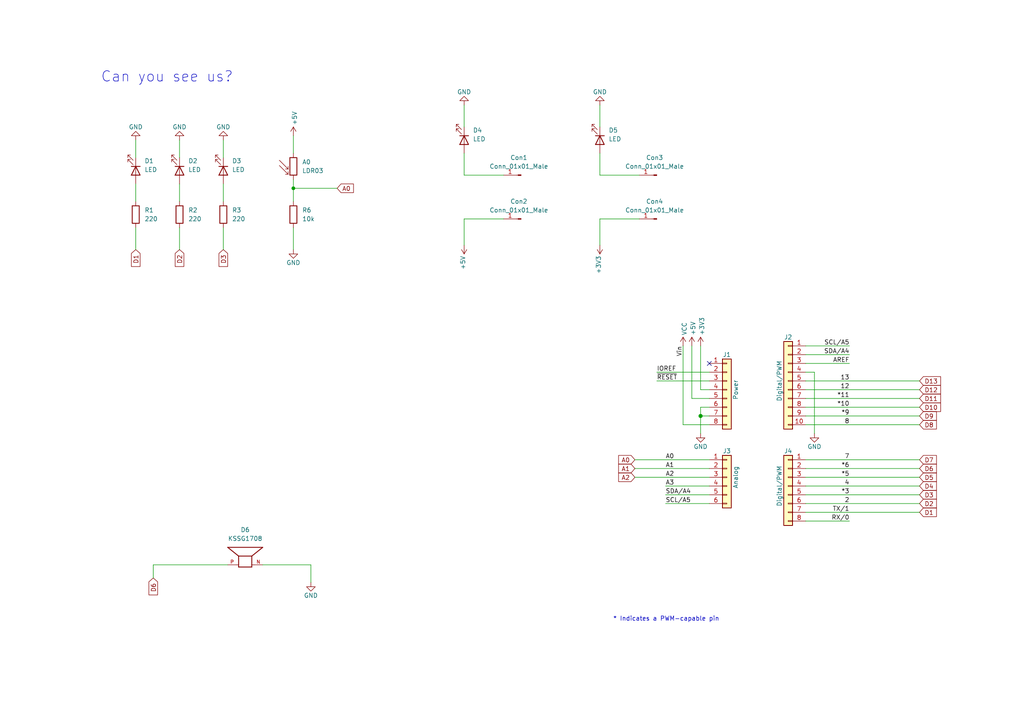
<source format=kicad_sch>
(kicad_sch (version 20211123) (generator eeschema)
  (paper "A4")
  (title_block (date "mar. 31 mars 2015"))
  (lib_symbols
    (symbol "Connector:Conn_01x01_Male" (pin_names (offset 1.016) hide)
      (property "Reference" "J" (at 0 2.54 0))
      (property "Value" "Conn_01x01_Male" (at 0 -2.54 0))
      (symbol "Conn_01x01_Male_1_1"
        (polyline (pts (xy 1.27 0) (xy 0.8636 0)) (stroke (width 0.1524)))
        (rectangle (start 0.8636 0.127) (end 0 -0.127) (stroke (width 0.1524)) (fill (type outline)))
        (pin passive line (at 5.08 0 180) (length 3.81) (name "Pin_1") (number "1"))
      )
    )
    (symbol "Connector_Generic:Conn_01x06" (pin_names (offset 1.016) hide)
      (property "Reference" "J" (at 0 7.62 0))
      (property "Value" "Conn_01x06" (at 0 -10.16 0))
      (symbol "Conn_01x06_1_1"
        (rectangle (start -1.27 -7.493) (end 0 -7.747) (stroke (width 0.1524)))
        (rectangle (start -1.27 -4.953) (end 0 -5.207) (stroke (width 0.1524)))
        (rectangle (start -1.27 -2.413) (end 0 -2.667) (stroke (width 0.1524)))
        (rectangle (start -1.27 0.127) (end 0 -0.127) (stroke (width 0.1524)))
        (rectangle (start -1.27 2.667) (end 0 2.413) (stroke (width 0.1524)))
        (rectangle (start -1.27 5.207) (end 0 4.953) (stroke (width 0.1524)))
        (rectangle (start -1.27 6.35) (end 1.27 -8.89) (stroke (width 0.254)) (fill (type background)))
        (pin passive line (at -5.08 5.08 0) (length 3.81) (name "Pin_1") (number "1"))
        (pin passive line (at -5.08 2.54 0) (length 3.81) (name "Pin_2") (number "2"))
        (pin passive line (at -5.08 0 0) (length 3.81) (name "Pin_3") (number "3"))
        (pin passive line (at -5.08 -2.54 0) (length 3.81) (name "Pin_4") (number "4"))
        (pin passive line (at -5.08 -5.08 0) (length 3.81) (name "Pin_5") (number "5"))
        (pin passive line (at -5.08 -7.62 0) (length 3.81) (name "Pin_6") (number "6"))
      )
    )
    (symbol "Connector_Generic:Conn_01x08" (pin_names (offset 1.016) hide)
      (property "Reference" "J" (at 0 10.16 0))
      (property "Value" "Conn_01x08" (at 0 -12.7 0))
      (symbol "Conn_01x08_1_1"
        (rectangle (start -1.27 -10.033) (end 0 -10.287) (stroke (width 0.1524)))
        (rectangle (start -1.27 -7.493) (end 0 -7.747) (stroke (width 0.1524)))
        (rectangle (start -1.27 -4.953) (end 0 -5.207) (stroke (width 0.1524)))
        (rectangle (start -1.27 -2.413) (end 0 -2.667) (stroke (width 0.1524)))
        (rectangle (start -1.27 0.127) (end 0 -0.127) (stroke (width 0.1524)))
        (rectangle (start -1.27 2.667) (end 0 2.413) (stroke (width 0.1524)))
        (rectangle (start -1.27 5.207) (end 0 4.953) (stroke (width 0.1524)))
        (rectangle (start -1.27 7.747) (end 0 7.493) (stroke (width 0.1524)))
        (rectangle (start -1.27 8.89) (end 1.27 -11.43) (stroke (width 0.254)) (fill (type background)))
        (pin passive line (at -5.08 7.62 0) (length 3.81) (name "Pin_1") (number "1"))
        (pin passive line (at -5.08 5.08 0) (length 3.81) (name "Pin_2") (number "2"))
        (pin passive line (at -5.08 2.54 0) (length 3.81) (name "Pin_3") (number "3"))
        (pin passive line (at -5.08 0 0) (length 3.81) (name "Pin_4") (number "4"))
        (pin passive line (at -5.08 -2.54 0) (length 3.81) (name "Pin_5") (number "5"))
        (pin passive line (at -5.08 -5.08 0) (length 3.81) (name "Pin_6") (number "6"))
        (pin passive line (at -5.08 -7.62 0) (length 3.81) (name "Pin_7") (number "7"))
        (pin passive line (at -5.08 -10.16 0) (length 3.81) (name "Pin_8") (number "8"))
      )
    )
    (symbol "Connector_Generic:Conn_01x10" (pin_names (offset 1.016) hide)
      (property "Reference" "J" (at 0 12.7 0))
      (property "Value" "Conn_01x10" (at 0 -15.24 0))
      (symbol "Conn_01x10_1_1"
        (rectangle (start -1.27 -12.573) (end 0 -12.827) (stroke (width 0.1524)))
        (rectangle (start -1.27 -10.033) (end 0 -10.287) (stroke (width 0.1524)))
        (rectangle (start -1.27 -7.493) (end 0 -7.747) (stroke (width 0.1524)))
        (rectangle (start -1.27 -4.953) (end 0 -5.207) (stroke (width 0.1524)))
        (rectangle (start -1.27 -2.413) (end 0 -2.667) (stroke (width 0.1524)))
        (rectangle (start -1.27 0.127) (end 0 -0.127) (stroke (width 0.1524)))
        (rectangle (start -1.27 2.667) (end 0 2.413) (stroke (width 0.1524)))
        (rectangle (start -1.27 5.207) (end 0 4.953) (stroke (width 0.1524)))
        (rectangle (start -1.27 7.747) (end 0 7.493) (stroke (width 0.1524)))
        (rectangle (start -1.27 10.287) (end 0 10.033) (stroke (width 0.1524)))
        (rectangle (start -1.27 11.43) (end 1.27 -13.97) (stroke (width 0.254)) (fill (type background)))
        (pin passive line (at -5.08 10.16 0) (length 3.81) (name "Pin_1") (number "1"))
        (pin passive line (at -5.08 -12.7 0) (length 3.81) (name "Pin_10") (number "10"))
        (pin passive line (at -5.08 7.62 0) (length 3.81) (name "Pin_2") (number "2"))
        (pin passive line (at -5.08 5.08 0) (length 3.81) (name "Pin_3") (number "3"))
        (pin passive line (at -5.08 2.54 0) (length 3.81) (name "Pin_4") (number "4"))
        (pin passive line (at -5.08 0 0) (length 3.81) (name "Pin_5") (number "5"))
        (pin passive line (at -5.08 -2.54 0) (length 3.81) (name "Pin_6") (number "6"))
        (pin passive line (at -5.08 -5.08 0) (length 3.81) (name "Pin_7") (number "7"))
        (pin passive line (at -5.08 -7.62 0) (length 3.81) (name "Pin_8") (number "8"))
        (pin passive line (at -5.08 -10.16 0) (length 3.81) (name "Pin_9") (number "9"))
      )
    )
    (symbol "Device:LED" (pin_numbers hide) (pin_names (offset 1.016) hide)
      (property "Reference" "D" (at 0 2.54 0))
      (property "Value" "LED" (at 0 -2.54 0))
      (symbol "LED_0_1"
        (polyline (pts (xy -1.27 -1.27) (xy -1.27 1.27)) (stroke (width 0.254)))
        (polyline (pts (xy -1.27 0) (xy 1.27 0)))
        (polyline (pts (xy 1.27 -1.27) (xy 1.27 1.27) (xy -1.27 0) (xy 1.27 -1.27)) (stroke (width 0.254)))
        (polyline (pts (xy -3.048 -0.762) (xy -4.572 -2.286) (xy -3.81 -2.286) (xy -4.572 -2.286) (xy -4.572 -1.524)))
        (polyline (pts (xy -1.778 -0.762) (xy -3.302 -2.286) (xy -2.54 -2.286) (xy -3.302 -2.286) (xy -3.302 -1.524)))
      )
      (symbol "LED_1_1"
        (pin passive line (at -3.81 0 0) (length 2.54) (name "K") (number "1"))
        (pin passive line (at 3.81 0 180) (length 2.54) (name "A") (number "2"))
      )
    )
    (symbol "Device:R" (pin_numbers hide) (pin_names (offset 0))
      (property "Reference" "R" (at 2.032 0 90))
      (property "Value" "R" (at 0 0 90))
      (symbol "R_0_1"
        (rectangle (start -1.016 -2.54) (end 1.016 2.54) (stroke (width 0.254)))
      )
      (symbol "R_1_1"
        (pin passive line (at 0 3.81 270) (length 1.27) (name "~") (number "1"))
        (pin passive line (at 0 -3.81 90) (length 1.27) (name "~") (number "2"))
      )
    )
    (symbol "KSSG1708:KSSG1708" (pin_names (offset 1.016))
      (property "Reference" "LS" (at -1.27 6.35 0))
      (property "Value" "KSSG1708" (at -1.27 -8.255 0))
      (symbol "KSSG1708_0_0"
        (polyline (pts (xy -3.175 -1.905) (xy -2.54 -1.905)) (stroke (width 0.254)))
        (polyline (pts (xy -3.175 1.905) (xy -3.175 -1.905)) (stroke (width 0.254)))
        (polyline (pts (xy -3.175 1.905) (xy -2.54 1.905)) (stroke (width 0.254)))
        (polyline (pts (xy -2.54 -2.54) (xy -2.54 -1.905)) (stroke (width 0.1524)))
        (polyline (pts (xy -2.54 -1.905) (xy 0 -1.905)) (stroke (width 0.254)))
        (polyline (pts (xy -2.54 1.905) (xy 0 1.905)) (stroke (width 0.254)))
        (polyline (pts (xy -2.54 2.54) (xy -2.54 1.905)) (stroke (width 0.1524)))
        (polyline (pts (xy 0 -1.905) (xy 0 1.905)) (stroke (width 0.254)))
        (polyline (pts (xy 0 -1.905) (xy 2.54 -5.08)) (stroke (width 0.254)))
        (polyline (pts (xy 0 1.905) (xy 2.54 5.08)) (stroke (width 0.254)))
        (polyline (pts (xy 2.54 -5.08) (xy 2.54 5.08)) (stroke (width 0.254)))
        (pin passive line (at -2.54 -5.08 90) (length 2.54) (name "~") (number "N"))
        (pin passive line (at -2.54 5.08 270) (length 2.54) (name "~") (number "P"))
      )
    )
    (symbol "Sensor_Optical:LDR03" (pin_numbers hide) (pin_names (offset 0))
      (property "Reference" "R" (at -5.08 0 90))
      (property "Value" "LDR03" (at 1.905 0 90))
      (symbol "LDR03_0_1"
        (rectangle (start -1.016 2.54) (end 1.016 -2.54) (stroke (width 0.254)))
        (polyline (pts (xy -1.524 -2.286) (xy -4.064 0.254)))
        (polyline (pts (xy -1.524 -2.286) (xy -2.286 -2.286)))
        (polyline (pts (xy -1.524 -2.286) (xy -1.524 -1.524)))
        (polyline (pts (xy -1.524 -0.762) (xy -4.064 1.778)))
        (polyline (pts (xy -1.524 -0.762) (xy -2.286 -0.762)))
        (polyline (pts (xy -1.524 -0.762) (xy -1.524 0)))
      )
      (symbol "LDR03_1_1"
        (pin passive line (at 0 3.81 270) (length 1.27) (name "~") (number "1"))
        (pin passive line (at 0 -3.81 90) (length 1.27) (name "~") (number "2"))
      )
    )
    (symbol "power:+3V3" (power) (pin_names (offset 0))
      (property "Value" "+3V3" (at 0 3.556 0))
      (symbol "+3V3_0_1"
        (polyline (pts (xy -0.762 1.27) (xy 0 2.54)))
        (polyline (pts (xy 0 0) (xy 0 2.54)))
        (polyline (pts (xy 0 2.54) (xy 0.762 1.27)))
      )
      (symbol "+3V3_1_1"
        (pin power_in line (at 0 0 90) (length 0) hide (name "+3V3") (number "1"))
      )
    )
    (symbol "power:+5V" (power) (pin_names (offset 0))
      (property "Value" "+5V" (at 0 3.556 0))
      (symbol "+5V_0_1"
        (polyline (pts (xy -0.762 1.27) (xy 0 2.54)))
        (polyline (pts (xy 0 0) (xy 0 2.54)))
        (polyline (pts (xy 0 2.54) (xy 0.762 1.27)))
      )
      (symbol "+5V_1_1"
        (pin power_in line (at 0 0 90) (length 0) hide (name "+5V") (number "1"))
      )
    )
    (symbol "power:GND" (power) (pin_names (offset 0))
      (property "Value" "GND" (at 0 -3.81 0))
      (symbol "GND_0_1"
        (polyline (pts (xy 0 0) (xy 0 -1.27) (xy 1.27 -1.27) (xy 0 -2.54) (xy -1.27 -1.27) (xy 0 -1.27)))
      )
      (symbol "GND_1_1"
        (pin power_in line (at 0 0 270) (length 0) hide (name "GND") (number "1"))
      )
    )
    (symbol "power:VCC" (power) (pin_names (offset 0))
      (property "Value" "VCC" (at 0 3.81 0))
      (symbol "VCC_0_1"
        (polyline (pts (xy -0.762 1.27) (xy 0 2.54)))
        (polyline (pts (xy 0 0) (xy 0 2.54)))
        (polyline (pts (xy 0 2.54) (xy 0.762 1.27)))
      )
      (symbol "VCC_1_1"
        (pin power_in line (at 0 0 90) (length 0) hide (name "VCC") (number "1"))
      )
    )
  )
  (junction (at 203.2 120.65) (diameter 1.016))
  (junction (at 85.09 54.61))
  (no_connect (at 205.74 105.41))
  (wire (pts (xy 233.68 151.13) (xy 246.38 151.13)))
  (wire (pts (xy 76.2 163.83) (xy 90.17 163.83)))
  (wire (pts (xy 185.42 63.5) (xy 173.99 63.5)))
  (wire (pts (xy 233.68 118.11) (xy 266.7 118.11)))
  (wire (pts (xy 233.68 100.33) (xy 246.38 100.33)))
  (wire (pts (xy 185.42 50.8) (xy 173.99 50.8)))
  (wire (pts (xy 146.05 50.8) (xy 134.62 50.8)))
  (wire (pts (xy 64.77 53.34) (xy 64.77 58.42)))
  (wire (pts (xy 52.07 40.64) (xy 52.07 45.72)))
  (wire (pts (xy 203.2 118.11) (xy 203.2 120.65)))
  (wire (pts (xy 193.04 146.05) (xy 205.74 146.05)))
  (wire (pts (xy 173.99 50.8) (xy 173.99 44.45)))
  (wire (pts (xy 203.2 120.65) (xy 203.2 125.73)))
  (wire (pts (xy 134.62 50.8) (xy 134.62 44.45)))
  (wire (pts (xy 203.2 113.03) (xy 205.74 113.03)))
  (wire (pts (xy 200.66 115.57) (xy 205.74 115.57)))
  (wire (pts (xy 52.07 66.04) (xy 52.07 72.39)))
  (wire (pts (xy 200.66 100.33) (xy 200.66 115.57)))
  (wire (pts (xy 52.07 53.34) (xy 52.07 58.42)))
  (wire (pts (xy 203.2 100.33) (xy 203.2 113.03)))
  (wire (pts (xy 233.68 133.35) (xy 266.7 133.35)))
  (wire (pts (xy 184.15 133.35) (xy 205.74 133.35)))
  (wire (pts (xy 44.45 163.83) (xy 66.04 163.83)))
  (wire (pts (xy 233.68 113.03) (xy 266.7 113.03)))
  (wire (pts (xy 233.68 135.89) (xy 266.7 135.89)))
  (wire (pts (xy 85.09 54.61) (xy 97.79 54.61)))
  (wire (pts (xy 85.09 54.61) (xy 85.09 58.42)))
  (wire (pts (xy 134.62 30.48) (xy 134.62 36.83)))
  (wire (pts (xy 233.68 120.65) (xy 266.7 120.65)))
  (wire (pts (xy 90.17 163.83) (xy 90.17 168.91)))
  (wire (pts (xy 233.68 140.97) (xy 266.7 140.97)))
  (wire (pts (xy 39.37 53.34) (xy 39.37 58.42)))
  (wire (pts (xy 190.5 107.95) (xy 205.74 107.95)))
  (wire (pts (xy 85.09 66.04) (xy 85.09 72.39)))
  (wire (pts (xy 146.05 63.5) (xy 134.62 63.5)))
  (wire (pts (xy 85.09 39.37) (xy 85.09 44.45)))
  (wire (pts (xy 236.22 107.95) (xy 236.22 125.73)))
  (wire (pts (xy 173.99 30.48) (xy 173.99 36.83)))
  (wire (pts (xy 233.68 105.41) (xy 246.38 105.41)))
  (wire (pts (xy 173.99 63.5) (xy 173.99 71.12)))
  (wire (pts (xy 64.77 40.64) (xy 64.77 45.72)))
  (wire (pts (xy 233.68 110.49) (xy 266.7 110.49)))
  (wire (pts (xy 184.15 138.43) (xy 205.74 138.43)))
  (wire (pts (xy 190.5 110.49) (xy 205.74 110.49)))
  (wire (pts (xy 134.62 63.5) (xy 134.62 71.12)))
  (wire (pts (xy 205.74 120.65) (xy 203.2 120.65)))
  (wire (pts (xy 205.74 123.19) (xy 198.12 123.19)))
  (wire (pts (xy 39.37 66.04) (xy 39.37 72.39)))
  (wire (pts (xy 184.15 135.89) (xy 205.74 135.89)))
  (wire (pts (xy 39.37 40.64) (xy 39.37 45.72)))
  (wire (pts (xy 44.45 167.64) (xy 44.45 163.83)))
  (wire (pts (xy 233.68 107.95) (xy 236.22 107.95)))
  (wire (pts (xy 205.74 118.11) (xy 203.2 118.11)))
  (wire (pts (xy 233.68 115.57) (xy 266.7 115.57)))
  (wire (pts (xy 233.68 138.43) (xy 266.7 138.43)))
  (wire (pts (xy 193.04 140.97) (xy 205.74 140.97)))
  (wire (pts (xy 64.77 66.04) (xy 64.77 72.39)))
  (wire (pts (xy 85.09 52.07) (xy 85.09 54.61)))
  (wire (pts (xy 233.68 102.87) (xy 246.38 102.87)))
  (wire (pts (xy 233.68 146.05) (xy 266.7 146.05)))
  (wire (pts (xy 233.68 143.51) (xy 266.7 143.51)))
  (wire (pts (xy 233.68 148.59) (xy 266.7 148.59)))
  (wire (pts (xy 198.12 123.19) (xy 198.12 100.33)))
  (wire (pts (xy 205.74 143.51) (xy 193.04 143.51)))
  (wire (pts (xy 233.68 123.19) (xy 266.7 123.19)))
  (text "Can you see us?" (at 29.21 24.13 0) (effects (font (size 3 3)) (justify left bottom)))
  (text "* Indicates a PWM-capable pin" (at 177.8 180.34 0) (effects (font (size 1.27 1.27)) (justify left bottom)))
  (label "RX{slash}0" (at 246.38 151.13 180))
  (label "A2" (at 193.04 138.43 0))
  (label "4" (at 246.38 140.97 180))
  (label "2" (at 246.38 146.05 180))
  (label "A3" (at 193.04 140.97 0))
  (label "13" (at 246.38 110.49 180))
  (label "12" (at 246.38 113.03 180))
  (label "~{RESET}" (at 190.5 110.49 0))
  (label "*10" (at 246.38 118.11 180))
  (label "7" (at 246.38 133.35 180))
  (label "SDA{slash}A4" (at 246.38 102.87 180))
  (label "8" (at 246.38 123.19 180))
  (label "*11" (at 246.38 115.57 180))
  (label "*3" (at 246.38 143.51 180))
  (label "A1" (at 193.04 135.89 0))
  (label "TX{slash}1" (at 246.38 148.59 180))
  (label "A0" (at 193.04 133.35 0))
  (label "AREF" (at 246.38 105.41 180))
  (label "Vin" (at 198.12 100.33 270))
  (label "*6" (at 246.38 135.89 180))
  (label "SCL{slash}A5" (at 246.38 100.33 180))
  (label "*9" (at 246.38 120.65 180))
  (label "*5" (at 246.38 138.43 180))
  (label "IOREF" (at 190.5 107.95 0))
  (label "SDA{slash}A4" (at 193.04 143.51 0))
  (label "SCL{slash}A5" (at 193.04 146.05 0))
  (global_label "D6" (shape input) (at 44.45 167.64 270) (property "Intersheet References" "${INTERSHEET_REFS}" (effects hide)))
  (global_label "D1" (shape input) (at 39.37 72.39 270) (property "Intersheet References" "${INTERSHEET_REFS}" (effects hide)))
  (global_label "A0" (shape input) (at 184.15 133.35 180) (property "Intersheet References" "${INTERSHEET_REFS}" (effects hide)))
  (global_label "D8" (shape input) (at 266.7 123.19 0) (property "Intersheet References" "${INTERSHEET_REFS}" (effects hide)))
  (global_label "D3" (shape input) (at 266.7 143.51 0) (property "Intersheet References" "${INTERSHEET_REFS}" (effects hide)))
  (global_label "D5" (shape input) (at 266.7 138.43 0) (property "Intersheet References" "${INTERSHEET_REFS}" (effects hide)))
  (global_label "D2" (shape input) (at 52.07 72.39 270) (property "Intersheet References" "${INTERSHEET_REFS}" (effects hide)))
  (global_label "D2" (shape input) (at 266.7 146.05 0) (property "Intersheet References" "${INTERSHEET_REFS}" (effects hide)))
  (global_label "D6" (shape input) (at 266.7 135.89 0) (property "Intersheet References" "${INTERSHEET_REFS}" (effects hide)))
  (global_label "D1" (shape input) (at 266.7 148.59 0) (property "Intersheet References" "${INTERSHEET_REFS}" (effects hide)))
  (global_label "A0" (shape input) (at 97.79 54.61 0) (property "Intersheet References" "${INTERSHEET_REFS}" (effects hide)))
  (global_label "D10" (shape input) (at 266.7 118.11 0) (property "Intersheet References" "${INTERSHEET_REFS}" (effects hide)))
  (global_label "D13" (shape input) (at 266.7 110.49 0) (property "Intersheet References" "${INTERSHEET_REFS}" (effects hide)))
  (global_label "A2" (shape input) (at 184.15 138.43 180) (property "Intersheet References" "${INTERSHEET_REFS}" (effects hide)))
  (global_label "D11" (shape input) (at 266.7 115.57 0) (property "Intersheet References" "${INTERSHEET_REFS}" (effects hide)))
  (global_label "A1" (shape input) (at 184.15 135.89 180) (property "Intersheet References" "${INTERSHEET_REFS}" (effects hide)))
  (global_label "D3" (shape input) (at 64.77 72.39 270) (property "Intersheet References" "${INTERSHEET_REFS}" (effects hide)))
  (global_label "D9" (shape input) (at 266.7 120.65 0) (property "Intersheet References" "${INTERSHEET_REFS}" (effects hide)))
  (global_label "D7" (shape input) (at 266.7 133.35 0) (property "Intersheet References" "${INTERSHEET_REFS}" (effects hide)))
  (global_label "D12" (shape input) (at 266.7 113.03 0) (property "Intersheet References" "${INTERSHEET_REFS}" (effects hide)))
  (global_label "D4" (shape input) (at 266.7 140.97 0) (property "Intersheet References" "${INTERSHEET_REFS}" (effects hide)))
  (symbol (lib_id "Connector_Generic:Conn_01x08") (at 210.82 113.03 0) (unit 1)
    (property "Reference" "J1" (at 210.82 102.87 0))
    (property "Value" "Power" (at 213.36 113.03 90))
    (property "Footprint" "Connector_PinSocket_2.54mm:PinSocket_1x08_P2.54mm_Vertical" (effects hide))
  )
  (symbol (lib_id "power:+3V3") (at 203.2 100.33 0) (unit 1)
    (property "Reference" "#PWR03" (effects hide))
    (property "Value" "+3.3V" (at 203.581 97.282 90) (effects (justify left)))
  )
  (symbol (lib_id "power:+5V") (at 200.66 100.33 0) (unit 1)
    (property "Reference" "#PWR02" (effects hide))
    (property "Value" "+5V" (at 201.0156 97.282 90) (effects (justify left)))
  )
  (symbol (lib_id "power:GND") (at 203.2 125.73 0) (unit 1)
    (property "Reference" "#PWR04" (effects hide))
    (property "Value" "GND" (at 203.2 129.54 0))
  )
  (symbol (lib_id "Connector_Generic:Conn_01x10") (at 228.6 110.49 0) (mirror y) (unit 1)
    (property "Reference" "J2" (at 228.6 97.79 0))
    (property "Value" "Digital/PWM" (at 226.06 110.49 90))
    (property "Footprint" "Connector_PinSocket_2.54mm:PinSocket_1x10_P2.54mm_Vertical" (effects hide))
  )
  (symbol (lib_id "power:GND") (at 236.22 125.73 0) (unit 1)
    (property "Reference" "#PWR05" (effects hide))
    (property "Value" "GND" (at 236.22 129.54 0))
  )
  (symbol (lib_id "Connector_Generic:Conn_01x06") (at 210.82 138.43 0) (unit 1)
    (property "Reference" "J3" (at 210.82 130.81 0))
    (property "Value" "Analog" (at 213.36 138.43 90))
    (property "Footprint" "Connector_PinSocket_2.54mm:PinSocket_1x06_P2.54mm_Vertical" (effects hide))
  )
  (symbol (lib_id "Connector_Generic:Conn_01x08") (at 228.6 140.97 0) (mirror y) (unit 1)
    (property "Reference" "J4" (at 228.6 130.81 0))
    (property "Value" "Digital/PWM" (at 226.06 140.97 90))
    (property "Footprint" "Connector_PinSocket_2.54mm:PinSocket_1x08_P2.54mm_Vertical" (effects hide))
  )
  (symbol (lib_id "Connector:Conn_01x01_Male") (at 190.5 63.5 0) (mirror y) (unit 1)
    (property "Reference" "Con4" (at 189.865 58.42 0))
    (property "Value" "Conn_01x01_Male" (at 189.865 60.96 0))
    (property "Footprint" "Connector_PinHeader_2.54mm:PinHeader_1x01_P2.54mm_Vertical" (effects hide))
  )
  (symbol (lib_id "power:GND") (at 64.77 40.64 180) (unit 1)
    (property "Reference" "#PWR09" (effects hide))
    (property "Value" "GND" (at 64.77 36.83 0))
  )
  (symbol (lib_id "Connector:Conn_01x01_Male") (at 190.5 50.8 0) (mirror y) (unit 1)
    (property "Reference" "Con3" (at 189.865 45.72 0))
    (property "Value" "Conn_01x01_Male" (at 189.865 48.26 0))
    (property "Footprint" "Connector_PinHeader_2.54mm:PinHeader_1x01_P2.54mm_Vertical" (effects hide))
  )
  (symbol (lib_id "Connector:Conn_01x01_Male") (at 151.13 50.8 0) (mirror y) (unit 1)
    (property "Reference" "Con1" (at 150.495 45.72 0))
    (property "Value" "Conn_01x01_Male" (at 150.495 48.26 0))
    (property "Footprint" "Connector_PinHeader_2.54mm:PinHeader_1x01_P2.54mm_Vertical" (effects hide))
  )
  (symbol (lib_id "Device:LED") (at 64.77 49.53 270) (unit 1)
    (property "Reference" "D3" (at 67.31 46.6724 90) (effects (justify left)))
    (property "Value" "LED" (at 67.31 49.2124 90) (effects (justify left)))
    (property "Footprint" "LED_THT:LED_D5.0mm_IRGrey" (effects hide))
  )
  (symbol (lib_id "KSSG1708:KSSG1708") (at 71.12 161.29 90) (unit 1)
    (property "Reference" "D6" (at 71.12 153.67 90))
    (property "Value" "KSSG1708" (at 71.12 156.21 90))
    (property "Footprint" "KSSG1708 (1):SPKR_KSSG1708" (effects hide))
    (property "STANDARD" "IPC 7351B" (effects hide))
    (property "PARTREV" "1.1" (effects hide))
    (property "MANUFACTURER" "Kingstate" (effects hide))
    (property "MAXIMUM_PACKAGE_HEIGHT" "8 mm" (effects hide))
  )
  (symbol (lib_id "Device:R") (at 64.77 62.23 0) (unit 1)
    (property "Reference" "R3" (at 67.31 60.9599 0) (effects (justify left)))
    (property "Value" "220" (at 67.31 63.4999 0) (effects (justify left)))
    (property "Footprint" "Resistor_THT:R_Axial_DIN0207_L6.3mm_D2.5mm_P10.16mm_Horizontal" (effects hide))
  )
  (symbol (lib_id "power:GND") (at 90.17 168.91 0) (unit 1)
    (property "Reference" "#PWR012" (effects hide))
    (property "Value" "GND" (at 90.17 172.72 0))
  )
  (symbol (lib_id "power:GND") (at 173.99 30.48 180) (unit 1)
    (property "Reference" "#PWR015" (effects hide))
    (property "Value" "GND" (at 173.99 26.67 0))
  )
  (symbol (lib_id "power:GND") (at 134.62 30.48 180) (unit 1)
    (property "Reference" "#PWR013" (effects hide))
    (property "Value" "GND" (at 134.62 26.67 0))
  )
  (symbol (lib_id "Device:R") (at 85.09 62.23 0) (unit 1)
    (property "Reference" "R6" (at 87.63 60.9599 0) (effects (justify left)))
    (property "Value" "10k" (at 87.63 63.4999 0) (effects (justify left)))
    (property "Footprint" "Resistor_THT:R_Axial_DIN0207_L6.3mm_D2.5mm_P10.16mm_Horizontal" (effects hide))
  )
  (symbol (lib_id "Sensor_Optical:LDR03") (at 85.09 48.26 0) (unit 1)
    (property "Reference" "A0" (at 87.63 46.9899 0) (effects (justify left)))
    (property "Value" "LDR03" (at 87.63 49.5299 0) (effects (justify left)))
    (property "Footprint" "OptoDevice:R_LDR_10x8.5mm_P7.6mm_Vertical" (effects hide))
    (property "Datasheet" "http://www.elektronica-componenten.nl/WebRoot/StoreNL/Shops/61422969/54F1/BA0C/C664/31B9/2173/C0A8/2AB9/2AEF/LDR03IMP.pdf" (effects hide))
  )
  (symbol (lib_id "Device:LED") (at 39.37 49.53 270) (unit 1)
    (property "Reference" "D1" (at 41.91 46.6724 90) (effects (justify left)))
    (property "Value" "LED" (at 41.91 49.2124 90) (effects (justify left)))
    (property "Footprint" "LED_THT:LED_D5.0mm_IRGrey" (effects hide))
  )
  (symbol (lib_id "power:VCC") (at 198.12 100.33 0) (unit 1)
    (property "Reference" "#PWR01" (effects hide))
    (property "Value" "VCC" (at 198.501 97.282 90) (effects (justify left)))
  )
  (symbol (lib_id "Device:LED") (at 134.62 40.64 270) (unit 1)
    (property "Reference" "D4" (at 137.16 37.7824 90) (effects (justify left)))
    (property "Value" "LED" (at 137.16 40.3224 90) (effects (justify left)))
    (property "Footprint" "LED_THT:LED_D5.0mm_IRGrey" (effects hide))
  )
  (symbol (lib_id "Connector:Conn_01x01_Male") (at 151.13 63.5 0) (mirror y) (unit 1)
    (property "Reference" "Con2" (at 150.495 58.42 0))
    (property "Value" "Conn_01x01_Male" (at 150.495 60.96 0))
    (property "Footprint" "Connector_PinHeader_2.54mm:PinHeader_1x01_P2.54mm_Vertical" (effects hide))
  )
  (symbol (lib_id "power:GND") (at 52.07 40.64 180) (unit 1)
    (property "Reference" "#PWR08" (effects hide))
    (property "Value" "GND" (at 52.07 36.83 0))
  )
  (symbol (lib_id "Device:R") (at 39.37 62.23 0) (unit 1)
    (property "Reference" "R1" (at 41.91 60.9599 0) (effects (justify left)))
    (property "Value" "220" (at 41.91 63.4999 0) (effects (justify left)))
    (property "Footprint" "Resistor_THT:R_Axial_DIN0207_L6.3mm_D2.5mm_P10.16mm_Horizontal" (effects hide))
  )
  (symbol (lib_id "power:+5V") (at 85.09 39.37 0) (unit 1)
    (property "Reference" "#PWR010" (effects hide))
    (property "Value" "+5V" (at 85.4456 36.322 90) (effects (justify left)))
  )
  (symbol (lib_id "power:GND") (at 85.09 72.39 0) (unit 1)
    (property "Reference" "#PWR011" (effects hide))
    (property "Value" "GND" (at 85.09 76.2 0))
  )
  (symbol (lib_id "power:+5V") (at 134.62 71.12 180) (unit 1)
    (property "Reference" "#PWR014" (effects hide))
    (property "Value" "+5V" (at 134.2644 74.168 90) (effects (justify left)))
  )
  (symbol (lib_id "Device:R") (at 52.07 62.23 0) (unit 1)
    (property "Reference" "R2" (at 54.61 60.9599 0) (effects (justify left)))
    (property "Value" "220" (at 54.61 63.4999 0) (effects (justify left)))
    (property "Footprint" "Resistor_THT:R_Axial_DIN0207_L6.3mm_D2.5mm_P10.16mm_Horizontal" (effects hide))
  )
  (symbol (lib_id "Device:LED") (at 52.07 49.53 270) (unit 1)
    (property "Reference" "D2" (at 54.61 46.6724 90) (effects (justify left)))
    (property "Value" "LED" (at 54.61 49.2124 90) (effects (justify left)))
    (property "Footprint" "LED_THT:LED_D5.0mm_IRGrey" (effects hide))
  )
  (symbol (lib_id "Device:LED") (at 173.99 40.64 270) (unit 1)
    (property "Reference" "D5" (at 176.53 37.7824 90) (effects (justify left)))
    (property "Value" "LED" (at 176.53 40.3224 90) (effects (justify left)))
    (property "Footprint" "LED_THT:LED_D5.0mm_IRGrey" (effects hide))
  )
  (symbol (lib_id "power:+3V3") (at 173.99 71.12 180) (unit 1)
    (property "Reference" "#PWR016" (effects hide))
    (property "Value" "+3.3V" (at 173.609 74.168 90) (effects (justify left)))
  )
  (symbol (lib_id "power:GND") (at 39.37 40.64 180) (unit 1)
    (property "Reference" "#PWR06" (effects hide))
    (property "Value" "GND" (at 39.37 36.83 0))
  )
)
</source>
